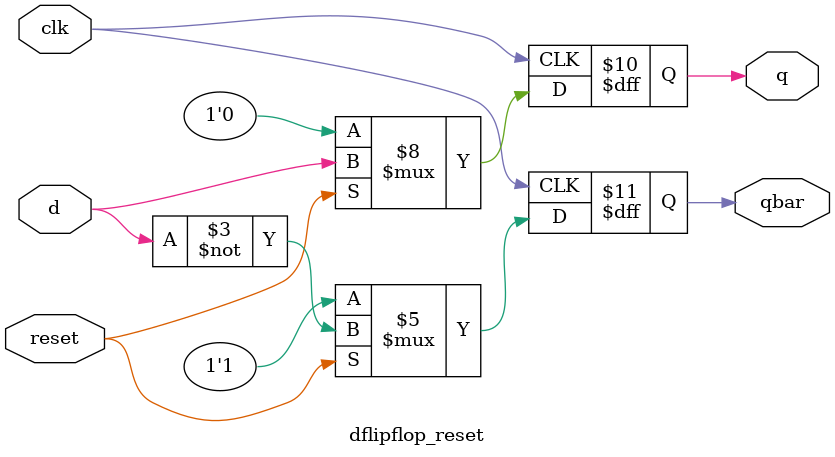
<source format=v>
module dflipflop_reset(
    input clk,
    input reset, d,
    output reg q,qbar
    );

always @(posedge clk)
    begin 
    if (~reset)
        begin 
            q <= 1'b0;
            qbar <= 1'b1;
        end
    else
        begin
            q <= d;
            qbar <= ~d;
        end
    end

endmodule

</source>
